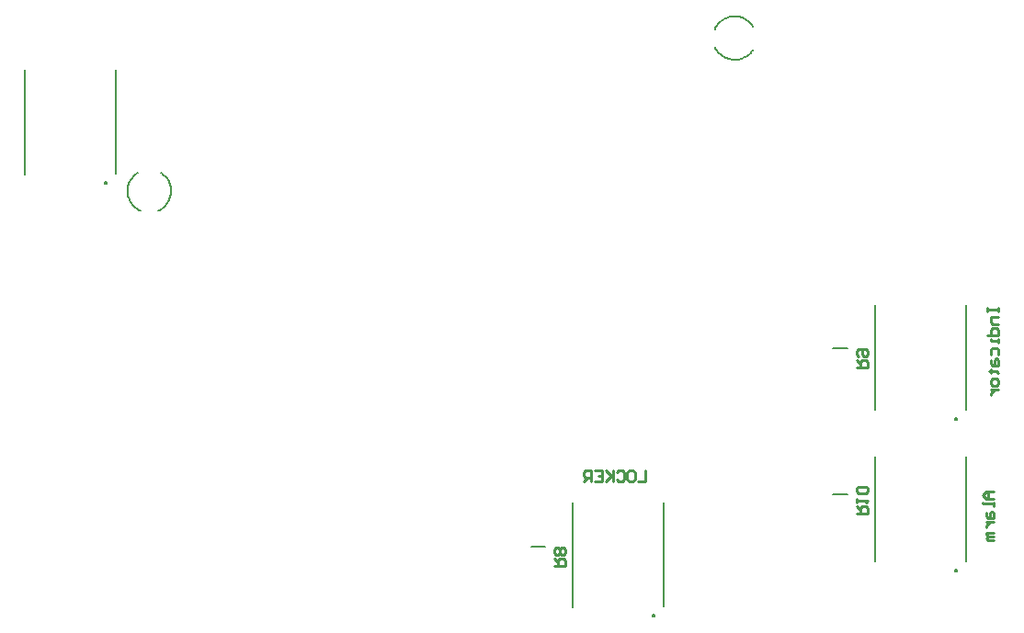
<source format=gbo>
%FSTAX23Y23*%
%MOIN*%
%SFA1B1*%

%IPPOS*%
%ADD10C,0.007874*%
%ADD12C,0.005000*%
%ADD13C,0.010000*%
%LNbinbot_board-1*%
%LPD*%
G54D10*
X02813Y-00117D02*
D01*
X02815Y-00122*
X02818Y-00127*
X02821Y-00131*
X02825Y-00136*
X02828Y-0014*
X02832Y-00144*
X02837Y-00147*
X02841Y-0015*
X02846Y-00153*
X02851Y-00156*
X02856Y-00158*
X02861Y-0016*
X02866Y-00161*
X02872Y-00162*
X02877Y-00163*
X02883Y-00163*
X02888Y-00163*
X02894Y-00163*
X02899Y-00162*
X02904Y-00161*
X0291Y-00159*
X02915Y-00157*
X0292Y-00155*
X02925Y-00152*
X02929Y-00149*
X02934Y-00146*
X02938Y-00142*
X02942Y-00139*
X02945Y-00135*
X02949Y-0013*
X02951Y-00127*
Y-00042D02*
D01*
X02948Y-00038*
X02944Y-00033*
X02941Y-00029*
X02937Y-00026*
X02932Y-00022*
X02928Y-00019*
X02923Y-00016*
X02918Y-00013*
X02913Y-00011*
X02908Y-00009*
X02903Y-00008*
X02897Y-00007*
X02892Y-00006*
X02887Y-00006*
X02881Y-00006*
X02876Y-00006*
X0287Y-00007*
X02865Y-00008*
X02859Y-0001*
X02854Y-00012*
X02849Y-00014*
X02845Y-00017*
X0284Y-0002*
X02835Y-00023*
X02831Y-00026*
X02827Y-0003*
X02824Y-00034*
X0282Y-00039*
X02817Y-00043*
X02815Y-00048*
X02813Y-00052*
X02595Y-02181D02*
D01*
X02595Y-02181*
X02595Y-02181*
X02595Y-0218*
X02595Y-0218*
X02595Y-0218*
X02595Y-0218*
X02595Y-02179*
X02595Y-02179*
X02595Y-02179*
X02594Y-02179*
X02594Y-02178*
X02594Y-02178*
X02594Y-02178*
X02594Y-02178*
X02593Y-02178*
X02593Y-02178*
X02593Y-02178*
X02593Y-02177*
X02592Y-02177*
X02592Y-02177*
X02592Y-02177*
X02591Y-02177*
X02591*
X02591Y-02177*
X02591Y-02177*
X0259Y-02177*
X0259Y-02177*
X0259Y-02178*
X0259Y-02178*
X02589Y-02178*
X02589Y-02178*
X02589Y-02178*
X02589Y-02178*
X02588Y-02178*
X02588Y-02179*
X02588Y-02179*
X02588Y-02179*
X02588Y-02179*
X02588Y-0218*
X02588Y-0218*
X02588Y-0218*
X02587Y-0218*
X02587Y-02181*
X02587Y-02181*
X02587Y-02181*
X02587Y-02182*
X02587Y-02182*
X02587Y-02182*
X02588Y-02182*
X02588Y-02183*
X02588Y-02183*
X02588Y-02183*
X02588Y-02183*
X02588Y-02184*
X02588Y-02184*
X02588Y-02184*
X02589Y-02184*
X02589Y-02184*
X02589Y-02184*
X02589Y-02185*
X0259Y-02185*
X0259Y-02185*
X0259Y-02185*
X0259Y-02185*
X02591Y-02185*
X02591Y-02185*
X02591Y-02185*
X02591*
X02592Y-02185*
X02592Y-02185*
X02592Y-02185*
X02593Y-02185*
X02593Y-02185*
X02593Y-02185*
X02593Y-02185*
X02594Y-02184*
X02594Y-02184*
X02594Y-02184*
X02594Y-02184*
X02594Y-02184*
X02595Y-02184*
X02595Y-02183*
X02595Y-02183*
X02595Y-02183*
X02595Y-02183*
X02595Y-02182*
X02595Y-02182*
X02595Y-02182*
X02595Y-02182*
X02595Y-02181*
X00719Y-00573D02*
D01*
X00714Y-00576*
X0071Y-0058*
X00706Y-00583*
X00702Y-00587*
X00699Y-00592*
X00696Y-00596*
X00693Y-00601*
X0069Y-00606*
X00688Y-00611*
X00686Y-00616*
X00685Y-00621*
X00684Y-00627*
X00683Y-00632*
X00683Y-00637*
X00683Y-00643*
X00683Y-00648*
X00684Y-00654*
X00685Y-00659*
X00687Y-00665*
X00689Y-0067*
X00691Y-00675*
X00693Y-00679*
X00696Y-00684*
X007Y-00689*
X00703Y-00693*
X00707Y-00697*
X00711Y-007*
X00716Y-00704*
X0072Y-00707*
X00725Y-00709*
X00729Y-00711*
X00794D02*
D01*
X00799Y-00709*
X00804Y-00706*
X00808Y-00703*
X00813Y-00699*
X00817Y-00696*
X0082Y-00692*
X00824Y-00687*
X00827Y-00683*
X0083Y-00678*
X00832Y-00673*
X00835Y-00668*
X00836Y-00663*
X00838Y-00658*
X00839Y-00652*
X0084Y-00647*
X0084Y-00641*
X0084Y-00636*
X0084Y-0063*
X00839Y-00625*
X00838Y-0062*
X00836Y-00614*
X00834Y-00609*
X00832Y-00604*
X00829Y-00599*
X00826Y-00595*
X00823Y-0059*
X00819Y-00586*
X00815Y-00582*
X00811Y-00579*
X00807Y-00575*
X00804Y-00573*
X0369Y-01466D02*
D01*
X0369Y-01466*
X0369Y-01466*
X0369Y-01465*
X0369Y-01465*
X0369Y-01465*
X0369Y-01465*
X0369Y-01464*
X0369Y-01464*
X0369Y-01464*
X03689Y-01464*
X03689Y-01463*
X03689Y-01463*
X03689Y-01463*
X03689Y-01463*
X03688Y-01463*
X03688Y-01463*
X03688Y-01463*
X03688Y-01462*
X03687Y-01462*
X03687Y-01462*
X03687Y-01462*
X03686Y-01462*
X03686*
X03686Y-01462*
X03686Y-01462*
X03685Y-01462*
X03685Y-01462*
X03685Y-01463*
X03685Y-01463*
X03684Y-01463*
X03684Y-01463*
X03684Y-01463*
X03684Y-01463*
X03683Y-01463*
X03683Y-01464*
X03683Y-01464*
X03683Y-01464*
X03683Y-01464*
X03683Y-01465*
X03683Y-01465*
X03683Y-01465*
X03682Y-01465*
X03682Y-01466*
X03682Y-01466*
X03682Y-01466*
X03682Y-01467*
X03682Y-01467*
X03682Y-01467*
X03683Y-01467*
X03683Y-01468*
X03683Y-01468*
X03683Y-01468*
X03683Y-01468*
X03683Y-01469*
X03683Y-01469*
X03683Y-01469*
X03684Y-01469*
X03684Y-01469*
X03684Y-01469*
X03684Y-0147*
X03685Y-0147*
X03685Y-0147*
X03685Y-0147*
X03685Y-0147*
X03686Y-0147*
X03686Y-0147*
X03686Y-0147*
X03686*
X03687Y-0147*
X03687Y-0147*
X03687Y-0147*
X03688Y-0147*
X03688Y-0147*
X03688Y-0147*
X03688Y-0147*
X03689Y-01469*
X03689Y-01469*
X03689Y-01469*
X03689Y-01469*
X03689Y-01469*
X0369Y-01469*
X0369Y-01468*
X0369Y-01468*
X0369Y-01468*
X0369Y-01468*
X0369Y-01467*
X0369Y-01467*
X0369Y-01467*
X0369Y-01467*
X0369Y-01466*
Y-02016D02*
D01*
X0369Y-02016*
X0369Y-02016*
X0369Y-02015*
X0369Y-02015*
X0369Y-02015*
X0369Y-02015*
X0369Y-02014*
X0369Y-02014*
X0369Y-02014*
X03689Y-02014*
X03689Y-02013*
X03689Y-02013*
X03689Y-02013*
X03689Y-02013*
X03688Y-02013*
X03688Y-02013*
X03688Y-02013*
X03688Y-02012*
X03687Y-02012*
X03687Y-02012*
X03687Y-02012*
X03686Y-02012*
X03686*
X03686Y-02012*
X03686Y-02012*
X03685Y-02012*
X03685Y-02012*
X03685Y-02013*
X03685Y-02013*
X03684Y-02013*
X03684Y-02013*
X03684Y-02013*
X03684Y-02013*
X03683Y-02013*
X03683Y-02014*
X03683Y-02014*
X03683Y-02014*
X03683Y-02014*
X03683Y-02015*
X03683Y-02015*
X03683Y-02015*
X03682Y-02015*
X03682Y-02016*
X03682Y-02016*
X03682Y-02016*
X03682Y-02017*
X03682Y-02017*
X03682Y-02017*
X03683Y-02017*
X03683Y-02018*
X03683Y-02018*
X03683Y-02018*
X03683Y-02018*
X03683Y-02019*
X03683Y-02019*
X03683Y-02019*
X03684Y-02019*
X03684Y-02019*
X03684Y-02019*
X03684Y-0202*
X03685Y-0202*
X03685Y-0202*
X03685Y-0202*
X03685Y-0202*
X03686Y-0202*
X03686Y-0202*
X03686Y-0202*
X03686*
X03687Y-0202*
X03687Y-0202*
X03687Y-0202*
X03688Y-0202*
X03688Y-0202*
X03688Y-0202*
X03688Y-0202*
X03689Y-02019*
X03689Y-02019*
X03689Y-02019*
X03689Y-02019*
X03689Y-02019*
X0369Y-02019*
X0369Y-02018*
X0369Y-02018*
X0369Y-02018*
X0369Y-02018*
X0369Y-02017*
X0369Y-02017*
X0369Y-02017*
X0369Y-02017*
X0369Y-02016*
X00608Y-00611D02*
D01*
X00608Y-00611*
X00608Y-00611*
X00608Y-0061*
X00608Y-0061*
X00608Y-0061*
X00608Y-0061*
X00608Y-00609*
X00608Y-00609*
X00607Y-00609*
X00607Y-00609*
X00607Y-00608*
X00607Y-00608*
X00607Y-00608*
X00607Y-00608*
X00606Y-00608*
X00606Y-00608*
X00606Y-00608*
X00606Y-00607*
X00605Y-00607*
X00605Y-00607*
X00605Y-00607*
X00604Y-00607*
X00604*
X00604Y-00607*
X00604Y-00607*
X00603Y-00607*
X00603Y-00607*
X00603Y-00608*
X00603Y-00608*
X00602Y-00608*
X00602Y-00608*
X00602Y-00608*
X00602Y-00608*
X00601Y-00608*
X00601Y-00609*
X00601Y-00609*
X00601Y-00609*
X00601Y-00609*
X00601Y-0061*
X00601Y-0061*
X00601Y-0061*
X006Y-0061*
X006Y-00611*
X006Y-00611*
X006Y-00611*
X006Y-00612*
X006Y-00612*
X006Y-00612*
X00601Y-00612*
X00601Y-00613*
X00601Y-00613*
X00601Y-00613*
X00601Y-00613*
X00601Y-00614*
X00601Y-00614*
X00601Y-00614*
X00602Y-00614*
X00602Y-00614*
X00602Y-00614*
X00602Y-00615*
X00603Y-00615*
X00603Y-00615*
X00603Y-00615*
X00603Y-00615*
X00604Y-00615*
X00604Y-00615*
X00604Y-00615*
X00604*
X00605Y-00615*
X00605Y-00615*
X00605Y-00615*
X00606Y-00615*
X00606Y-00615*
X00606Y-00615*
X00606Y-00615*
X00607Y-00614*
X00607Y-00614*
X00607Y-00614*
X00607Y-00614*
X00607Y-00614*
X00607Y-00614*
X00608Y-00613*
X00608Y-00613*
X00608Y-00613*
X00608Y-00613*
X00608Y-00612*
X00608Y-00612*
X00608Y-00612*
X00608Y-00612*
X00608Y-00611*
X02146Y-0193D02*
X02197D01*
X03241Y-0121D02*
X03292D01*
X03241Y-0174D02*
X03292D01*
G54D12*
X02627Y-02148D02*
X02628Y-01769D01*
X02298Y-02149D02*
Y-01769D01*
X03722Y-01433D02*
X03723Y-01054D01*
X03393Y-01434D02*
Y-01054D01*
X03722Y-01983D02*
X03723Y-01604D01*
X03393Y-01984D02*
Y-01604D01*
X0064Y-00578D02*
X00641Y-00199D01*
X00311Y-00579D02*
Y-00199D01*
G54D13*
X03825Y-0173D02*
X03798D01*
X03785Y-01743*
X03798Y-01756*
X03825*
X03805*
Y-0173*
X03825Y-01769D02*
Y-01782D01*
Y-01775*
X03785*
Y-01769*
X03798Y-01808D02*
Y-01821D01*
X03805Y-01828*
X03825*
Y-01808*
X03818Y-01802*
X03811Y-01808*
Y-01828*
X03798Y-01841D02*
X03825D01*
X03811*
X03805Y-01848*
X03798Y-01854*
Y-01861*
X03825Y-0188D02*
X03798D01*
Y-01887*
X03805Y-01893*
X03825*
X03805*
X03798Y-019*
X03805Y-01907*
X03825*
X038Y-01065D02*
Y-01078D01*
Y-01071*
X0384*
Y-01065*
Y-01078*
Y-01097D02*
X03813D01*
Y-01117*
X0382Y-01124*
X0384*
X038Y-01163D02*
X0384D01*
Y-01143*
X03833Y-01137*
X0382*
X03813Y-01143*
Y-01163*
X0384Y-01176D02*
Y-01189D01*
Y-01183*
X03813*
Y-01176*
Y-01235D02*
Y-01215D01*
X0382Y-01209*
X03833*
X0384Y-01215*
Y-01235*
X03813Y-01255D02*
Y-01268D01*
X0382Y-01274*
X0384*
Y-01255*
X03833Y-01248*
X03826Y-01255*
Y-01274*
X03807Y-01294D02*
X03813D01*
Y-01288*
Y-01301*
Y-01294*
X03833*
X0384Y-01301*
Y-01327D02*
Y-0134D01*
X03833Y-01347*
X0382*
X03813Y-0134*
Y-01327*
X0382Y-0132*
X03833*
X0384Y-01327*
X03813Y-0136D02*
X0384D01*
X03826*
X0382Y-01366*
X03813Y-01373*
Y-01379*
X02561Y-01655D02*
Y-01694D01*
X02535*
X02502Y-01655D02*
X02515D01*
X02522Y-01661*
Y-01688*
X02515Y-01694*
X02502*
X02495Y-01688*
Y-01661*
X02502Y-01655*
X02456Y-01661D02*
X02463Y-01655D01*
X02476*
X02482Y-01661*
Y-01688*
X02476Y-01694*
X02463*
X02456Y-01688*
X02443Y-01655D02*
Y-01694D01*
Y-01681*
X02417Y-01655*
X02436Y-01675*
X02417Y-01694*
X02377Y-01655D02*
X02404D01*
Y-01694*
X02377*
X02404Y-01675D02*
X0239D01*
X02364Y-01694D02*
Y-01655D01*
X02345*
X02338Y-01661*
Y-01675*
X02345Y-01681*
X02364*
X02351D02*
X02338Y-01694D01*
X02231Y-02D02*
X02271D01*
Y-0198*
X02264Y-01974*
X02251*
X02244Y-0198*
Y-02*
Y-01987D02*
X02231Y-01974D01*
X02264Y-01961D02*
X02271Y-01954D01*
Y-01941*
X02264Y-01935*
X02258*
X02251Y-01941*
X02244Y-01935*
X02238*
X02231Y-01941*
Y-01954*
X02238Y-01961*
X02244*
X02251Y-01954*
X02258Y-01961*
X02264*
X02251Y-01954D02*
Y-01941D01*
X03326Y-0128D02*
X03366D01*
Y-0126*
X03359Y-01254*
X03346*
X03339Y-0126*
Y-0128*
Y-01267D02*
X03326Y-01254D01*
X03333Y-01241D02*
X03326Y-01234D01*
Y-01221*
X03333Y-01215*
X03359*
X03366Y-01221*
Y-01234*
X03359Y-01241*
X03353*
X03346Y-01234*
Y-01215*
X03326Y-0181D02*
X03366D01*
Y-0179*
X03359Y-01784*
X03346*
X03339Y-0179*
Y-0181*
Y-01797D02*
X03326Y-01784D01*
Y-01771D02*
Y-01758D01*
Y-01764*
X03366*
X03359Y-01771*
Y-01738D02*
X03366Y-01731D01*
Y-01718*
X03359Y-01712*
X03333*
X03326Y-01718*
Y-01731*
X03333Y-01738*
X03359*
M02*
</source>
